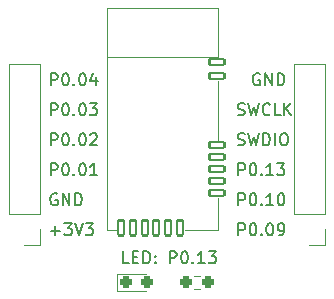
<source format=gto>
%TF.GenerationSoftware,KiCad,Pcbnew,8.0.2-8.0.2-0~ubuntu22.04.1*%
%TF.CreationDate,2024-05-29T19:46:19+02:00*%
%TF.ProjectId,nrf51_devboard,6e726635-315f-4646-9576-626f6172642e,0.1*%
%TF.SameCoordinates,Original*%
%TF.FileFunction,Legend,Top*%
%TF.FilePolarity,Positive*%
%FSLAX46Y46*%
G04 Gerber Fmt 4.6, Leading zero omitted, Abs format (unit mm)*
G04 Created by KiCad (PCBNEW 8.0.2-8.0.2-0~ubuntu22.04.1) date 2024-05-29 19:46:19*
%MOMM*%
%LPD*%
G01*
G04 APERTURE LIST*
G04 Aperture macros list*
%AMRoundRect*
0 Rectangle with rounded corners*
0 $1 Rounding radius*
0 $2 $3 $4 $5 $6 $7 $8 $9 X,Y pos of 4 corners*
0 Add a 4 corners polygon primitive as box body*
4,1,4,$2,$3,$4,$5,$6,$7,$8,$9,$2,$3,0*
0 Add four circle primitives for the rounded corners*
1,1,$1+$1,$2,$3*
1,1,$1+$1,$4,$5*
1,1,$1+$1,$6,$7*
1,1,$1+$1,$8,$9*
0 Add four rect primitives between the rounded corners*
20,1,$1+$1,$2,$3,$4,$5,0*
20,1,$1+$1,$4,$5,$6,$7,0*
20,1,$1+$1,$6,$7,$8,$9,0*
20,1,$1+$1,$8,$9,$2,$3,0*%
G04 Aperture macros list end*
%ADD10C,0.150000*%
%ADD11C,0.120000*%
%ADD12R,1.700000X1.700000*%
%ADD13O,1.700000X1.700000*%
%ADD14RoundRect,0.237500X0.250000X0.237500X-0.250000X0.237500X-0.250000X-0.237500X0.250000X-0.237500X0*%
%ADD15RoundRect,0.102000X0.250000X-0.635000X0.250000X0.635000X-0.250000X0.635000X-0.250000X-0.635000X0*%
%ADD16RoundRect,0.102000X-0.635000X-0.250000X0.635000X-0.250000X0.635000X0.250000X-0.635000X0.250000X0*%
%ADD17RoundRect,0.237500X-0.287500X-0.237500X0.287500X-0.237500X0.287500X0.237500X-0.287500X0.237500X0*%
G04 APERTURE END LIST*
D10*
X96745588Y-60512438D02*
X96650350Y-60464819D01*
X96650350Y-60464819D02*
X96507493Y-60464819D01*
X96507493Y-60464819D02*
X96364636Y-60512438D01*
X96364636Y-60512438D02*
X96269398Y-60607676D01*
X96269398Y-60607676D02*
X96221779Y-60702914D01*
X96221779Y-60702914D02*
X96174160Y-60893390D01*
X96174160Y-60893390D02*
X96174160Y-61036247D01*
X96174160Y-61036247D02*
X96221779Y-61226723D01*
X96221779Y-61226723D02*
X96269398Y-61321961D01*
X96269398Y-61321961D02*
X96364636Y-61417200D01*
X96364636Y-61417200D02*
X96507493Y-61464819D01*
X96507493Y-61464819D02*
X96602731Y-61464819D01*
X96602731Y-61464819D02*
X96745588Y-61417200D01*
X96745588Y-61417200D02*
X96793207Y-61369580D01*
X96793207Y-61369580D02*
X96793207Y-61036247D01*
X96793207Y-61036247D02*
X96602731Y-61036247D01*
X97221779Y-61464819D02*
X97221779Y-60464819D01*
X97221779Y-60464819D02*
X97793207Y-61464819D01*
X97793207Y-61464819D02*
X97793207Y-60464819D01*
X98269398Y-61464819D02*
X98269398Y-60464819D01*
X98269398Y-60464819D02*
X98507493Y-60464819D01*
X98507493Y-60464819D02*
X98650350Y-60512438D01*
X98650350Y-60512438D02*
X98745588Y-60607676D01*
X98745588Y-60607676D02*
X98793207Y-60702914D01*
X98793207Y-60702914D02*
X98840826Y-60893390D01*
X98840826Y-60893390D02*
X98840826Y-61036247D01*
X98840826Y-61036247D02*
X98793207Y-61226723D01*
X98793207Y-61226723D02*
X98745588Y-61321961D01*
X98745588Y-61321961D02*
X98650350Y-61417200D01*
X98650350Y-61417200D02*
X98507493Y-61464819D01*
X98507493Y-61464819D02*
X98269398Y-61464819D01*
X96221779Y-63623866D02*
X96983684Y-63623866D01*
X96602731Y-64004819D02*
X96602731Y-63242914D01*
X97364636Y-63004819D02*
X97983683Y-63004819D01*
X97983683Y-63004819D02*
X97650350Y-63385771D01*
X97650350Y-63385771D02*
X97793207Y-63385771D01*
X97793207Y-63385771D02*
X97888445Y-63433390D01*
X97888445Y-63433390D02*
X97936064Y-63481009D01*
X97936064Y-63481009D02*
X97983683Y-63576247D01*
X97983683Y-63576247D02*
X97983683Y-63814342D01*
X97983683Y-63814342D02*
X97936064Y-63909580D01*
X97936064Y-63909580D02*
X97888445Y-63957200D01*
X97888445Y-63957200D02*
X97793207Y-64004819D01*
X97793207Y-64004819D02*
X97507493Y-64004819D01*
X97507493Y-64004819D02*
X97412255Y-63957200D01*
X97412255Y-63957200D02*
X97364636Y-63909580D01*
X98269398Y-63004819D02*
X98602731Y-64004819D01*
X98602731Y-64004819D02*
X98936064Y-63004819D01*
X99174160Y-63004819D02*
X99793207Y-63004819D01*
X99793207Y-63004819D02*
X99459874Y-63385771D01*
X99459874Y-63385771D02*
X99602731Y-63385771D01*
X99602731Y-63385771D02*
X99697969Y-63433390D01*
X99697969Y-63433390D02*
X99745588Y-63481009D01*
X99745588Y-63481009D02*
X99793207Y-63576247D01*
X99793207Y-63576247D02*
X99793207Y-63814342D01*
X99793207Y-63814342D02*
X99745588Y-63909580D01*
X99745588Y-63909580D02*
X99697969Y-63957200D01*
X99697969Y-63957200D02*
X99602731Y-64004819D01*
X99602731Y-64004819D02*
X99317017Y-64004819D01*
X99317017Y-64004819D02*
X99221779Y-63957200D01*
X99221779Y-63957200D02*
X99174160Y-63909580D01*
X112096779Y-61464819D02*
X112096779Y-60464819D01*
X112096779Y-60464819D02*
X112477731Y-60464819D01*
X112477731Y-60464819D02*
X112572969Y-60512438D01*
X112572969Y-60512438D02*
X112620588Y-60560057D01*
X112620588Y-60560057D02*
X112668207Y-60655295D01*
X112668207Y-60655295D02*
X112668207Y-60798152D01*
X112668207Y-60798152D02*
X112620588Y-60893390D01*
X112620588Y-60893390D02*
X112572969Y-60941009D01*
X112572969Y-60941009D02*
X112477731Y-60988628D01*
X112477731Y-60988628D02*
X112096779Y-60988628D01*
X113287255Y-60464819D02*
X113382493Y-60464819D01*
X113382493Y-60464819D02*
X113477731Y-60512438D01*
X113477731Y-60512438D02*
X113525350Y-60560057D01*
X113525350Y-60560057D02*
X113572969Y-60655295D01*
X113572969Y-60655295D02*
X113620588Y-60845771D01*
X113620588Y-60845771D02*
X113620588Y-61083866D01*
X113620588Y-61083866D02*
X113572969Y-61274342D01*
X113572969Y-61274342D02*
X113525350Y-61369580D01*
X113525350Y-61369580D02*
X113477731Y-61417200D01*
X113477731Y-61417200D02*
X113382493Y-61464819D01*
X113382493Y-61464819D02*
X113287255Y-61464819D01*
X113287255Y-61464819D02*
X113192017Y-61417200D01*
X113192017Y-61417200D02*
X113144398Y-61369580D01*
X113144398Y-61369580D02*
X113096779Y-61274342D01*
X113096779Y-61274342D02*
X113049160Y-61083866D01*
X113049160Y-61083866D02*
X113049160Y-60845771D01*
X113049160Y-60845771D02*
X113096779Y-60655295D01*
X113096779Y-60655295D02*
X113144398Y-60560057D01*
X113144398Y-60560057D02*
X113192017Y-60512438D01*
X113192017Y-60512438D02*
X113287255Y-60464819D01*
X114049160Y-61369580D02*
X114096779Y-61417200D01*
X114096779Y-61417200D02*
X114049160Y-61464819D01*
X114049160Y-61464819D02*
X114001541Y-61417200D01*
X114001541Y-61417200D02*
X114049160Y-61369580D01*
X114049160Y-61369580D02*
X114049160Y-61464819D01*
X115049159Y-61464819D02*
X114477731Y-61464819D01*
X114763445Y-61464819D02*
X114763445Y-60464819D01*
X114763445Y-60464819D02*
X114668207Y-60607676D01*
X114668207Y-60607676D02*
X114572969Y-60702914D01*
X114572969Y-60702914D02*
X114477731Y-60750533D01*
X115668207Y-60464819D02*
X115763445Y-60464819D01*
X115763445Y-60464819D02*
X115858683Y-60512438D01*
X115858683Y-60512438D02*
X115906302Y-60560057D01*
X115906302Y-60560057D02*
X115953921Y-60655295D01*
X115953921Y-60655295D02*
X116001540Y-60845771D01*
X116001540Y-60845771D02*
X116001540Y-61083866D01*
X116001540Y-61083866D02*
X115953921Y-61274342D01*
X115953921Y-61274342D02*
X115906302Y-61369580D01*
X115906302Y-61369580D02*
X115858683Y-61417200D01*
X115858683Y-61417200D02*
X115763445Y-61464819D01*
X115763445Y-61464819D02*
X115668207Y-61464819D01*
X115668207Y-61464819D02*
X115572969Y-61417200D01*
X115572969Y-61417200D02*
X115525350Y-61369580D01*
X115525350Y-61369580D02*
X115477731Y-61274342D01*
X115477731Y-61274342D02*
X115430112Y-61083866D01*
X115430112Y-61083866D02*
X115430112Y-60845771D01*
X115430112Y-60845771D02*
X115477731Y-60655295D01*
X115477731Y-60655295D02*
X115525350Y-60560057D01*
X115525350Y-60560057D02*
X115572969Y-60512438D01*
X115572969Y-60512438D02*
X115668207Y-60464819D01*
X102812969Y-66369819D02*
X102336779Y-66369819D01*
X102336779Y-66369819D02*
X102336779Y-65369819D01*
X103146303Y-65846009D02*
X103479636Y-65846009D01*
X103622493Y-66369819D02*
X103146303Y-66369819D01*
X103146303Y-66369819D02*
X103146303Y-65369819D01*
X103146303Y-65369819D02*
X103622493Y-65369819D01*
X104051065Y-66369819D02*
X104051065Y-65369819D01*
X104051065Y-65369819D02*
X104289160Y-65369819D01*
X104289160Y-65369819D02*
X104432017Y-65417438D01*
X104432017Y-65417438D02*
X104527255Y-65512676D01*
X104527255Y-65512676D02*
X104574874Y-65607914D01*
X104574874Y-65607914D02*
X104622493Y-65798390D01*
X104622493Y-65798390D02*
X104622493Y-65941247D01*
X104622493Y-65941247D02*
X104574874Y-66131723D01*
X104574874Y-66131723D02*
X104527255Y-66226961D01*
X104527255Y-66226961D02*
X104432017Y-66322200D01*
X104432017Y-66322200D02*
X104289160Y-66369819D01*
X104289160Y-66369819D02*
X104051065Y-66369819D01*
X105051065Y-66274580D02*
X105098684Y-66322200D01*
X105098684Y-66322200D02*
X105051065Y-66369819D01*
X105051065Y-66369819D02*
X105003446Y-66322200D01*
X105003446Y-66322200D02*
X105051065Y-66274580D01*
X105051065Y-66274580D02*
X105051065Y-66369819D01*
X105051065Y-65750771D02*
X105098684Y-65798390D01*
X105098684Y-65798390D02*
X105051065Y-65846009D01*
X105051065Y-65846009D02*
X105003446Y-65798390D01*
X105003446Y-65798390D02*
X105051065Y-65750771D01*
X105051065Y-65750771D02*
X105051065Y-65846009D01*
X106289160Y-66369819D02*
X106289160Y-65369819D01*
X106289160Y-65369819D02*
X106670112Y-65369819D01*
X106670112Y-65369819D02*
X106765350Y-65417438D01*
X106765350Y-65417438D02*
X106812969Y-65465057D01*
X106812969Y-65465057D02*
X106860588Y-65560295D01*
X106860588Y-65560295D02*
X106860588Y-65703152D01*
X106860588Y-65703152D02*
X106812969Y-65798390D01*
X106812969Y-65798390D02*
X106765350Y-65846009D01*
X106765350Y-65846009D02*
X106670112Y-65893628D01*
X106670112Y-65893628D02*
X106289160Y-65893628D01*
X107479636Y-65369819D02*
X107574874Y-65369819D01*
X107574874Y-65369819D02*
X107670112Y-65417438D01*
X107670112Y-65417438D02*
X107717731Y-65465057D01*
X107717731Y-65465057D02*
X107765350Y-65560295D01*
X107765350Y-65560295D02*
X107812969Y-65750771D01*
X107812969Y-65750771D02*
X107812969Y-65988866D01*
X107812969Y-65988866D02*
X107765350Y-66179342D01*
X107765350Y-66179342D02*
X107717731Y-66274580D01*
X107717731Y-66274580D02*
X107670112Y-66322200D01*
X107670112Y-66322200D02*
X107574874Y-66369819D01*
X107574874Y-66369819D02*
X107479636Y-66369819D01*
X107479636Y-66369819D02*
X107384398Y-66322200D01*
X107384398Y-66322200D02*
X107336779Y-66274580D01*
X107336779Y-66274580D02*
X107289160Y-66179342D01*
X107289160Y-66179342D02*
X107241541Y-65988866D01*
X107241541Y-65988866D02*
X107241541Y-65750771D01*
X107241541Y-65750771D02*
X107289160Y-65560295D01*
X107289160Y-65560295D02*
X107336779Y-65465057D01*
X107336779Y-65465057D02*
X107384398Y-65417438D01*
X107384398Y-65417438D02*
X107479636Y-65369819D01*
X108241541Y-66274580D02*
X108289160Y-66322200D01*
X108289160Y-66322200D02*
X108241541Y-66369819D01*
X108241541Y-66369819D02*
X108193922Y-66322200D01*
X108193922Y-66322200D02*
X108241541Y-66274580D01*
X108241541Y-66274580D02*
X108241541Y-66369819D01*
X109241540Y-66369819D02*
X108670112Y-66369819D01*
X108955826Y-66369819D02*
X108955826Y-65369819D01*
X108955826Y-65369819D02*
X108860588Y-65512676D01*
X108860588Y-65512676D02*
X108765350Y-65607914D01*
X108765350Y-65607914D02*
X108670112Y-65655533D01*
X109574874Y-65369819D02*
X110193921Y-65369819D01*
X110193921Y-65369819D02*
X109860588Y-65750771D01*
X109860588Y-65750771D02*
X110003445Y-65750771D01*
X110003445Y-65750771D02*
X110098683Y-65798390D01*
X110098683Y-65798390D02*
X110146302Y-65846009D01*
X110146302Y-65846009D02*
X110193921Y-65941247D01*
X110193921Y-65941247D02*
X110193921Y-66179342D01*
X110193921Y-66179342D02*
X110146302Y-66274580D01*
X110146302Y-66274580D02*
X110098683Y-66322200D01*
X110098683Y-66322200D02*
X110003445Y-66369819D01*
X110003445Y-66369819D02*
X109717731Y-66369819D01*
X109717731Y-66369819D02*
X109622493Y-66322200D01*
X109622493Y-66322200D02*
X109574874Y-66274580D01*
X113890588Y-50352438D02*
X113795350Y-50304819D01*
X113795350Y-50304819D02*
X113652493Y-50304819D01*
X113652493Y-50304819D02*
X113509636Y-50352438D01*
X113509636Y-50352438D02*
X113414398Y-50447676D01*
X113414398Y-50447676D02*
X113366779Y-50542914D01*
X113366779Y-50542914D02*
X113319160Y-50733390D01*
X113319160Y-50733390D02*
X113319160Y-50876247D01*
X113319160Y-50876247D02*
X113366779Y-51066723D01*
X113366779Y-51066723D02*
X113414398Y-51161961D01*
X113414398Y-51161961D02*
X113509636Y-51257200D01*
X113509636Y-51257200D02*
X113652493Y-51304819D01*
X113652493Y-51304819D02*
X113747731Y-51304819D01*
X113747731Y-51304819D02*
X113890588Y-51257200D01*
X113890588Y-51257200D02*
X113938207Y-51209580D01*
X113938207Y-51209580D02*
X113938207Y-50876247D01*
X113938207Y-50876247D02*
X113747731Y-50876247D01*
X114366779Y-51304819D02*
X114366779Y-50304819D01*
X114366779Y-50304819D02*
X114938207Y-51304819D01*
X114938207Y-51304819D02*
X114938207Y-50304819D01*
X115414398Y-51304819D02*
X115414398Y-50304819D01*
X115414398Y-50304819D02*
X115652493Y-50304819D01*
X115652493Y-50304819D02*
X115795350Y-50352438D01*
X115795350Y-50352438D02*
X115890588Y-50447676D01*
X115890588Y-50447676D02*
X115938207Y-50542914D01*
X115938207Y-50542914D02*
X115985826Y-50733390D01*
X115985826Y-50733390D02*
X115985826Y-50876247D01*
X115985826Y-50876247D02*
X115938207Y-51066723D01*
X115938207Y-51066723D02*
X115890588Y-51161961D01*
X115890588Y-51161961D02*
X115795350Y-51257200D01*
X115795350Y-51257200D02*
X115652493Y-51304819D01*
X115652493Y-51304819D02*
X115414398Y-51304819D01*
X96221779Y-51304819D02*
X96221779Y-50304819D01*
X96221779Y-50304819D02*
X96602731Y-50304819D01*
X96602731Y-50304819D02*
X96697969Y-50352438D01*
X96697969Y-50352438D02*
X96745588Y-50400057D01*
X96745588Y-50400057D02*
X96793207Y-50495295D01*
X96793207Y-50495295D02*
X96793207Y-50638152D01*
X96793207Y-50638152D02*
X96745588Y-50733390D01*
X96745588Y-50733390D02*
X96697969Y-50781009D01*
X96697969Y-50781009D02*
X96602731Y-50828628D01*
X96602731Y-50828628D02*
X96221779Y-50828628D01*
X97412255Y-50304819D02*
X97507493Y-50304819D01*
X97507493Y-50304819D02*
X97602731Y-50352438D01*
X97602731Y-50352438D02*
X97650350Y-50400057D01*
X97650350Y-50400057D02*
X97697969Y-50495295D01*
X97697969Y-50495295D02*
X97745588Y-50685771D01*
X97745588Y-50685771D02*
X97745588Y-50923866D01*
X97745588Y-50923866D02*
X97697969Y-51114342D01*
X97697969Y-51114342D02*
X97650350Y-51209580D01*
X97650350Y-51209580D02*
X97602731Y-51257200D01*
X97602731Y-51257200D02*
X97507493Y-51304819D01*
X97507493Y-51304819D02*
X97412255Y-51304819D01*
X97412255Y-51304819D02*
X97317017Y-51257200D01*
X97317017Y-51257200D02*
X97269398Y-51209580D01*
X97269398Y-51209580D02*
X97221779Y-51114342D01*
X97221779Y-51114342D02*
X97174160Y-50923866D01*
X97174160Y-50923866D02*
X97174160Y-50685771D01*
X97174160Y-50685771D02*
X97221779Y-50495295D01*
X97221779Y-50495295D02*
X97269398Y-50400057D01*
X97269398Y-50400057D02*
X97317017Y-50352438D01*
X97317017Y-50352438D02*
X97412255Y-50304819D01*
X98174160Y-51209580D02*
X98221779Y-51257200D01*
X98221779Y-51257200D02*
X98174160Y-51304819D01*
X98174160Y-51304819D02*
X98126541Y-51257200D01*
X98126541Y-51257200D02*
X98174160Y-51209580D01*
X98174160Y-51209580D02*
X98174160Y-51304819D01*
X98840826Y-50304819D02*
X98936064Y-50304819D01*
X98936064Y-50304819D02*
X99031302Y-50352438D01*
X99031302Y-50352438D02*
X99078921Y-50400057D01*
X99078921Y-50400057D02*
X99126540Y-50495295D01*
X99126540Y-50495295D02*
X99174159Y-50685771D01*
X99174159Y-50685771D02*
X99174159Y-50923866D01*
X99174159Y-50923866D02*
X99126540Y-51114342D01*
X99126540Y-51114342D02*
X99078921Y-51209580D01*
X99078921Y-51209580D02*
X99031302Y-51257200D01*
X99031302Y-51257200D02*
X98936064Y-51304819D01*
X98936064Y-51304819D02*
X98840826Y-51304819D01*
X98840826Y-51304819D02*
X98745588Y-51257200D01*
X98745588Y-51257200D02*
X98697969Y-51209580D01*
X98697969Y-51209580D02*
X98650350Y-51114342D01*
X98650350Y-51114342D02*
X98602731Y-50923866D01*
X98602731Y-50923866D02*
X98602731Y-50685771D01*
X98602731Y-50685771D02*
X98650350Y-50495295D01*
X98650350Y-50495295D02*
X98697969Y-50400057D01*
X98697969Y-50400057D02*
X98745588Y-50352438D01*
X98745588Y-50352438D02*
X98840826Y-50304819D01*
X100031302Y-50638152D02*
X100031302Y-51304819D01*
X99793207Y-50257200D02*
X99555112Y-50971485D01*
X99555112Y-50971485D02*
X100174159Y-50971485D01*
X112049160Y-53797200D02*
X112192017Y-53844819D01*
X112192017Y-53844819D02*
X112430112Y-53844819D01*
X112430112Y-53844819D02*
X112525350Y-53797200D01*
X112525350Y-53797200D02*
X112572969Y-53749580D01*
X112572969Y-53749580D02*
X112620588Y-53654342D01*
X112620588Y-53654342D02*
X112620588Y-53559104D01*
X112620588Y-53559104D02*
X112572969Y-53463866D01*
X112572969Y-53463866D02*
X112525350Y-53416247D01*
X112525350Y-53416247D02*
X112430112Y-53368628D01*
X112430112Y-53368628D02*
X112239636Y-53321009D01*
X112239636Y-53321009D02*
X112144398Y-53273390D01*
X112144398Y-53273390D02*
X112096779Y-53225771D01*
X112096779Y-53225771D02*
X112049160Y-53130533D01*
X112049160Y-53130533D02*
X112049160Y-53035295D01*
X112049160Y-53035295D02*
X112096779Y-52940057D01*
X112096779Y-52940057D02*
X112144398Y-52892438D01*
X112144398Y-52892438D02*
X112239636Y-52844819D01*
X112239636Y-52844819D02*
X112477731Y-52844819D01*
X112477731Y-52844819D02*
X112620588Y-52892438D01*
X112953922Y-52844819D02*
X113192017Y-53844819D01*
X113192017Y-53844819D02*
X113382493Y-53130533D01*
X113382493Y-53130533D02*
X113572969Y-53844819D01*
X113572969Y-53844819D02*
X113811065Y-52844819D01*
X114763445Y-53749580D02*
X114715826Y-53797200D01*
X114715826Y-53797200D02*
X114572969Y-53844819D01*
X114572969Y-53844819D02*
X114477731Y-53844819D01*
X114477731Y-53844819D02*
X114334874Y-53797200D01*
X114334874Y-53797200D02*
X114239636Y-53701961D01*
X114239636Y-53701961D02*
X114192017Y-53606723D01*
X114192017Y-53606723D02*
X114144398Y-53416247D01*
X114144398Y-53416247D02*
X114144398Y-53273390D01*
X114144398Y-53273390D02*
X114192017Y-53082914D01*
X114192017Y-53082914D02*
X114239636Y-52987676D01*
X114239636Y-52987676D02*
X114334874Y-52892438D01*
X114334874Y-52892438D02*
X114477731Y-52844819D01*
X114477731Y-52844819D02*
X114572969Y-52844819D01*
X114572969Y-52844819D02*
X114715826Y-52892438D01*
X114715826Y-52892438D02*
X114763445Y-52940057D01*
X115668207Y-53844819D02*
X115192017Y-53844819D01*
X115192017Y-53844819D02*
X115192017Y-52844819D01*
X116001541Y-53844819D02*
X116001541Y-52844819D01*
X116572969Y-53844819D02*
X116144398Y-53273390D01*
X116572969Y-52844819D02*
X116001541Y-53416247D01*
X96221779Y-53844819D02*
X96221779Y-52844819D01*
X96221779Y-52844819D02*
X96602731Y-52844819D01*
X96602731Y-52844819D02*
X96697969Y-52892438D01*
X96697969Y-52892438D02*
X96745588Y-52940057D01*
X96745588Y-52940057D02*
X96793207Y-53035295D01*
X96793207Y-53035295D02*
X96793207Y-53178152D01*
X96793207Y-53178152D02*
X96745588Y-53273390D01*
X96745588Y-53273390D02*
X96697969Y-53321009D01*
X96697969Y-53321009D02*
X96602731Y-53368628D01*
X96602731Y-53368628D02*
X96221779Y-53368628D01*
X97412255Y-52844819D02*
X97507493Y-52844819D01*
X97507493Y-52844819D02*
X97602731Y-52892438D01*
X97602731Y-52892438D02*
X97650350Y-52940057D01*
X97650350Y-52940057D02*
X97697969Y-53035295D01*
X97697969Y-53035295D02*
X97745588Y-53225771D01*
X97745588Y-53225771D02*
X97745588Y-53463866D01*
X97745588Y-53463866D02*
X97697969Y-53654342D01*
X97697969Y-53654342D02*
X97650350Y-53749580D01*
X97650350Y-53749580D02*
X97602731Y-53797200D01*
X97602731Y-53797200D02*
X97507493Y-53844819D01*
X97507493Y-53844819D02*
X97412255Y-53844819D01*
X97412255Y-53844819D02*
X97317017Y-53797200D01*
X97317017Y-53797200D02*
X97269398Y-53749580D01*
X97269398Y-53749580D02*
X97221779Y-53654342D01*
X97221779Y-53654342D02*
X97174160Y-53463866D01*
X97174160Y-53463866D02*
X97174160Y-53225771D01*
X97174160Y-53225771D02*
X97221779Y-53035295D01*
X97221779Y-53035295D02*
X97269398Y-52940057D01*
X97269398Y-52940057D02*
X97317017Y-52892438D01*
X97317017Y-52892438D02*
X97412255Y-52844819D01*
X98174160Y-53749580D02*
X98221779Y-53797200D01*
X98221779Y-53797200D02*
X98174160Y-53844819D01*
X98174160Y-53844819D02*
X98126541Y-53797200D01*
X98126541Y-53797200D02*
X98174160Y-53749580D01*
X98174160Y-53749580D02*
X98174160Y-53844819D01*
X98840826Y-52844819D02*
X98936064Y-52844819D01*
X98936064Y-52844819D02*
X99031302Y-52892438D01*
X99031302Y-52892438D02*
X99078921Y-52940057D01*
X99078921Y-52940057D02*
X99126540Y-53035295D01*
X99126540Y-53035295D02*
X99174159Y-53225771D01*
X99174159Y-53225771D02*
X99174159Y-53463866D01*
X99174159Y-53463866D02*
X99126540Y-53654342D01*
X99126540Y-53654342D02*
X99078921Y-53749580D01*
X99078921Y-53749580D02*
X99031302Y-53797200D01*
X99031302Y-53797200D02*
X98936064Y-53844819D01*
X98936064Y-53844819D02*
X98840826Y-53844819D01*
X98840826Y-53844819D02*
X98745588Y-53797200D01*
X98745588Y-53797200D02*
X98697969Y-53749580D01*
X98697969Y-53749580D02*
X98650350Y-53654342D01*
X98650350Y-53654342D02*
X98602731Y-53463866D01*
X98602731Y-53463866D02*
X98602731Y-53225771D01*
X98602731Y-53225771D02*
X98650350Y-53035295D01*
X98650350Y-53035295D02*
X98697969Y-52940057D01*
X98697969Y-52940057D02*
X98745588Y-52892438D01*
X98745588Y-52892438D02*
X98840826Y-52844819D01*
X99507493Y-52844819D02*
X100126540Y-52844819D01*
X100126540Y-52844819D02*
X99793207Y-53225771D01*
X99793207Y-53225771D02*
X99936064Y-53225771D01*
X99936064Y-53225771D02*
X100031302Y-53273390D01*
X100031302Y-53273390D02*
X100078921Y-53321009D01*
X100078921Y-53321009D02*
X100126540Y-53416247D01*
X100126540Y-53416247D02*
X100126540Y-53654342D01*
X100126540Y-53654342D02*
X100078921Y-53749580D01*
X100078921Y-53749580D02*
X100031302Y-53797200D01*
X100031302Y-53797200D02*
X99936064Y-53844819D01*
X99936064Y-53844819D02*
X99650350Y-53844819D01*
X99650350Y-53844819D02*
X99555112Y-53797200D01*
X99555112Y-53797200D02*
X99507493Y-53749580D01*
X112096779Y-58924819D02*
X112096779Y-57924819D01*
X112096779Y-57924819D02*
X112477731Y-57924819D01*
X112477731Y-57924819D02*
X112572969Y-57972438D01*
X112572969Y-57972438D02*
X112620588Y-58020057D01*
X112620588Y-58020057D02*
X112668207Y-58115295D01*
X112668207Y-58115295D02*
X112668207Y-58258152D01*
X112668207Y-58258152D02*
X112620588Y-58353390D01*
X112620588Y-58353390D02*
X112572969Y-58401009D01*
X112572969Y-58401009D02*
X112477731Y-58448628D01*
X112477731Y-58448628D02*
X112096779Y-58448628D01*
X113287255Y-57924819D02*
X113382493Y-57924819D01*
X113382493Y-57924819D02*
X113477731Y-57972438D01*
X113477731Y-57972438D02*
X113525350Y-58020057D01*
X113525350Y-58020057D02*
X113572969Y-58115295D01*
X113572969Y-58115295D02*
X113620588Y-58305771D01*
X113620588Y-58305771D02*
X113620588Y-58543866D01*
X113620588Y-58543866D02*
X113572969Y-58734342D01*
X113572969Y-58734342D02*
X113525350Y-58829580D01*
X113525350Y-58829580D02*
X113477731Y-58877200D01*
X113477731Y-58877200D02*
X113382493Y-58924819D01*
X113382493Y-58924819D02*
X113287255Y-58924819D01*
X113287255Y-58924819D02*
X113192017Y-58877200D01*
X113192017Y-58877200D02*
X113144398Y-58829580D01*
X113144398Y-58829580D02*
X113096779Y-58734342D01*
X113096779Y-58734342D02*
X113049160Y-58543866D01*
X113049160Y-58543866D02*
X113049160Y-58305771D01*
X113049160Y-58305771D02*
X113096779Y-58115295D01*
X113096779Y-58115295D02*
X113144398Y-58020057D01*
X113144398Y-58020057D02*
X113192017Y-57972438D01*
X113192017Y-57972438D02*
X113287255Y-57924819D01*
X114049160Y-58829580D02*
X114096779Y-58877200D01*
X114096779Y-58877200D02*
X114049160Y-58924819D01*
X114049160Y-58924819D02*
X114001541Y-58877200D01*
X114001541Y-58877200D02*
X114049160Y-58829580D01*
X114049160Y-58829580D02*
X114049160Y-58924819D01*
X115049159Y-58924819D02*
X114477731Y-58924819D01*
X114763445Y-58924819D02*
X114763445Y-57924819D01*
X114763445Y-57924819D02*
X114668207Y-58067676D01*
X114668207Y-58067676D02*
X114572969Y-58162914D01*
X114572969Y-58162914D02*
X114477731Y-58210533D01*
X115382493Y-57924819D02*
X116001540Y-57924819D01*
X116001540Y-57924819D02*
X115668207Y-58305771D01*
X115668207Y-58305771D02*
X115811064Y-58305771D01*
X115811064Y-58305771D02*
X115906302Y-58353390D01*
X115906302Y-58353390D02*
X115953921Y-58401009D01*
X115953921Y-58401009D02*
X116001540Y-58496247D01*
X116001540Y-58496247D02*
X116001540Y-58734342D01*
X116001540Y-58734342D02*
X115953921Y-58829580D01*
X115953921Y-58829580D02*
X115906302Y-58877200D01*
X115906302Y-58877200D02*
X115811064Y-58924819D01*
X115811064Y-58924819D02*
X115525350Y-58924819D01*
X115525350Y-58924819D02*
X115430112Y-58877200D01*
X115430112Y-58877200D02*
X115382493Y-58829580D01*
X112096779Y-64004819D02*
X112096779Y-63004819D01*
X112096779Y-63004819D02*
X112477731Y-63004819D01*
X112477731Y-63004819D02*
X112572969Y-63052438D01*
X112572969Y-63052438D02*
X112620588Y-63100057D01*
X112620588Y-63100057D02*
X112668207Y-63195295D01*
X112668207Y-63195295D02*
X112668207Y-63338152D01*
X112668207Y-63338152D02*
X112620588Y-63433390D01*
X112620588Y-63433390D02*
X112572969Y-63481009D01*
X112572969Y-63481009D02*
X112477731Y-63528628D01*
X112477731Y-63528628D02*
X112096779Y-63528628D01*
X113287255Y-63004819D02*
X113382493Y-63004819D01*
X113382493Y-63004819D02*
X113477731Y-63052438D01*
X113477731Y-63052438D02*
X113525350Y-63100057D01*
X113525350Y-63100057D02*
X113572969Y-63195295D01*
X113572969Y-63195295D02*
X113620588Y-63385771D01*
X113620588Y-63385771D02*
X113620588Y-63623866D01*
X113620588Y-63623866D02*
X113572969Y-63814342D01*
X113572969Y-63814342D02*
X113525350Y-63909580D01*
X113525350Y-63909580D02*
X113477731Y-63957200D01*
X113477731Y-63957200D02*
X113382493Y-64004819D01*
X113382493Y-64004819D02*
X113287255Y-64004819D01*
X113287255Y-64004819D02*
X113192017Y-63957200D01*
X113192017Y-63957200D02*
X113144398Y-63909580D01*
X113144398Y-63909580D02*
X113096779Y-63814342D01*
X113096779Y-63814342D02*
X113049160Y-63623866D01*
X113049160Y-63623866D02*
X113049160Y-63385771D01*
X113049160Y-63385771D02*
X113096779Y-63195295D01*
X113096779Y-63195295D02*
X113144398Y-63100057D01*
X113144398Y-63100057D02*
X113192017Y-63052438D01*
X113192017Y-63052438D02*
X113287255Y-63004819D01*
X114049160Y-63909580D02*
X114096779Y-63957200D01*
X114096779Y-63957200D02*
X114049160Y-64004819D01*
X114049160Y-64004819D02*
X114001541Y-63957200D01*
X114001541Y-63957200D02*
X114049160Y-63909580D01*
X114049160Y-63909580D02*
X114049160Y-64004819D01*
X114715826Y-63004819D02*
X114811064Y-63004819D01*
X114811064Y-63004819D02*
X114906302Y-63052438D01*
X114906302Y-63052438D02*
X114953921Y-63100057D01*
X114953921Y-63100057D02*
X115001540Y-63195295D01*
X115001540Y-63195295D02*
X115049159Y-63385771D01*
X115049159Y-63385771D02*
X115049159Y-63623866D01*
X115049159Y-63623866D02*
X115001540Y-63814342D01*
X115001540Y-63814342D02*
X114953921Y-63909580D01*
X114953921Y-63909580D02*
X114906302Y-63957200D01*
X114906302Y-63957200D02*
X114811064Y-64004819D01*
X114811064Y-64004819D02*
X114715826Y-64004819D01*
X114715826Y-64004819D02*
X114620588Y-63957200D01*
X114620588Y-63957200D02*
X114572969Y-63909580D01*
X114572969Y-63909580D02*
X114525350Y-63814342D01*
X114525350Y-63814342D02*
X114477731Y-63623866D01*
X114477731Y-63623866D02*
X114477731Y-63385771D01*
X114477731Y-63385771D02*
X114525350Y-63195295D01*
X114525350Y-63195295D02*
X114572969Y-63100057D01*
X114572969Y-63100057D02*
X114620588Y-63052438D01*
X114620588Y-63052438D02*
X114715826Y-63004819D01*
X115525350Y-64004819D02*
X115715826Y-64004819D01*
X115715826Y-64004819D02*
X115811064Y-63957200D01*
X115811064Y-63957200D02*
X115858683Y-63909580D01*
X115858683Y-63909580D02*
X115953921Y-63766723D01*
X115953921Y-63766723D02*
X116001540Y-63576247D01*
X116001540Y-63576247D02*
X116001540Y-63195295D01*
X116001540Y-63195295D02*
X115953921Y-63100057D01*
X115953921Y-63100057D02*
X115906302Y-63052438D01*
X115906302Y-63052438D02*
X115811064Y-63004819D01*
X115811064Y-63004819D02*
X115620588Y-63004819D01*
X115620588Y-63004819D02*
X115525350Y-63052438D01*
X115525350Y-63052438D02*
X115477731Y-63100057D01*
X115477731Y-63100057D02*
X115430112Y-63195295D01*
X115430112Y-63195295D02*
X115430112Y-63433390D01*
X115430112Y-63433390D02*
X115477731Y-63528628D01*
X115477731Y-63528628D02*
X115525350Y-63576247D01*
X115525350Y-63576247D02*
X115620588Y-63623866D01*
X115620588Y-63623866D02*
X115811064Y-63623866D01*
X115811064Y-63623866D02*
X115906302Y-63576247D01*
X115906302Y-63576247D02*
X115953921Y-63528628D01*
X115953921Y-63528628D02*
X116001540Y-63433390D01*
X96221779Y-56384819D02*
X96221779Y-55384819D01*
X96221779Y-55384819D02*
X96602731Y-55384819D01*
X96602731Y-55384819D02*
X96697969Y-55432438D01*
X96697969Y-55432438D02*
X96745588Y-55480057D01*
X96745588Y-55480057D02*
X96793207Y-55575295D01*
X96793207Y-55575295D02*
X96793207Y-55718152D01*
X96793207Y-55718152D02*
X96745588Y-55813390D01*
X96745588Y-55813390D02*
X96697969Y-55861009D01*
X96697969Y-55861009D02*
X96602731Y-55908628D01*
X96602731Y-55908628D02*
X96221779Y-55908628D01*
X97412255Y-55384819D02*
X97507493Y-55384819D01*
X97507493Y-55384819D02*
X97602731Y-55432438D01*
X97602731Y-55432438D02*
X97650350Y-55480057D01*
X97650350Y-55480057D02*
X97697969Y-55575295D01*
X97697969Y-55575295D02*
X97745588Y-55765771D01*
X97745588Y-55765771D02*
X97745588Y-56003866D01*
X97745588Y-56003866D02*
X97697969Y-56194342D01*
X97697969Y-56194342D02*
X97650350Y-56289580D01*
X97650350Y-56289580D02*
X97602731Y-56337200D01*
X97602731Y-56337200D02*
X97507493Y-56384819D01*
X97507493Y-56384819D02*
X97412255Y-56384819D01*
X97412255Y-56384819D02*
X97317017Y-56337200D01*
X97317017Y-56337200D02*
X97269398Y-56289580D01*
X97269398Y-56289580D02*
X97221779Y-56194342D01*
X97221779Y-56194342D02*
X97174160Y-56003866D01*
X97174160Y-56003866D02*
X97174160Y-55765771D01*
X97174160Y-55765771D02*
X97221779Y-55575295D01*
X97221779Y-55575295D02*
X97269398Y-55480057D01*
X97269398Y-55480057D02*
X97317017Y-55432438D01*
X97317017Y-55432438D02*
X97412255Y-55384819D01*
X98174160Y-56289580D02*
X98221779Y-56337200D01*
X98221779Y-56337200D02*
X98174160Y-56384819D01*
X98174160Y-56384819D02*
X98126541Y-56337200D01*
X98126541Y-56337200D02*
X98174160Y-56289580D01*
X98174160Y-56289580D02*
X98174160Y-56384819D01*
X98840826Y-55384819D02*
X98936064Y-55384819D01*
X98936064Y-55384819D02*
X99031302Y-55432438D01*
X99031302Y-55432438D02*
X99078921Y-55480057D01*
X99078921Y-55480057D02*
X99126540Y-55575295D01*
X99126540Y-55575295D02*
X99174159Y-55765771D01*
X99174159Y-55765771D02*
X99174159Y-56003866D01*
X99174159Y-56003866D02*
X99126540Y-56194342D01*
X99126540Y-56194342D02*
X99078921Y-56289580D01*
X99078921Y-56289580D02*
X99031302Y-56337200D01*
X99031302Y-56337200D02*
X98936064Y-56384819D01*
X98936064Y-56384819D02*
X98840826Y-56384819D01*
X98840826Y-56384819D02*
X98745588Y-56337200D01*
X98745588Y-56337200D02*
X98697969Y-56289580D01*
X98697969Y-56289580D02*
X98650350Y-56194342D01*
X98650350Y-56194342D02*
X98602731Y-56003866D01*
X98602731Y-56003866D02*
X98602731Y-55765771D01*
X98602731Y-55765771D02*
X98650350Y-55575295D01*
X98650350Y-55575295D02*
X98697969Y-55480057D01*
X98697969Y-55480057D02*
X98745588Y-55432438D01*
X98745588Y-55432438D02*
X98840826Y-55384819D01*
X99555112Y-55480057D02*
X99602731Y-55432438D01*
X99602731Y-55432438D02*
X99697969Y-55384819D01*
X99697969Y-55384819D02*
X99936064Y-55384819D01*
X99936064Y-55384819D02*
X100031302Y-55432438D01*
X100031302Y-55432438D02*
X100078921Y-55480057D01*
X100078921Y-55480057D02*
X100126540Y-55575295D01*
X100126540Y-55575295D02*
X100126540Y-55670533D01*
X100126540Y-55670533D02*
X100078921Y-55813390D01*
X100078921Y-55813390D02*
X99507493Y-56384819D01*
X99507493Y-56384819D02*
X100126540Y-56384819D01*
X112049160Y-56337200D02*
X112192017Y-56384819D01*
X112192017Y-56384819D02*
X112430112Y-56384819D01*
X112430112Y-56384819D02*
X112525350Y-56337200D01*
X112525350Y-56337200D02*
X112572969Y-56289580D01*
X112572969Y-56289580D02*
X112620588Y-56194342D01*
X112620588Y-56194342D02*
X112620588Y-56099104D01*
X112620588Y-56099104D02*
X112572969Y-56003866D01*
X112572969Y-56003866D02*
X112525350Y-55956247D01*
X112525350Y-55956247D02*
X112430112Y-55908628D01*
X112430112Y-55908628D02*
X112239636Y-55861009D01*
X112239636Y-55861009D02*
X112144398Y-55813390D01*
X112144398Y-55813390D02*
X112096779Y-55765771D01*
X112096779Y-55765771D02*
X112049160Y-55670533D01*
X112049160Y-55670533D02*
X112049160Y-55575295D01*
X112049160Y-55575295D02*
X112096779Y-55480057D01*
X112096779Y-55480057D02*
X112144398Y-55432438D01*
X112144398Y-55432438D02*
X112239636Y-55384819D01*
X112239636Y-55384819D02*
X112477731Y-55384819D01*
X112477731Y-55384819D02*
X112620588Y-55432438D01*
X112953922Y-55384819D02*
X113192017Y-56384819D01*
X113192017Y-56384819D02*
X113382493Y-55670533D01*
X113382493Y-55670533D02*
X113572969Y-56384819D01*
X113572969Y-56384819D02*
X113811065Y-55384819D01*
X114192017Y-56384819D02*
X114192017Y-55384819D01*
X114192017Y-55384819D02*
X114430112Y-55384819D01*
X114430112Y-55384819D02*
X114572969Y-55432438D01*
X114572969Y-55432438D02*
X114668207Y-55527676D01*
X114668207Y-55527676D02*
X114715826Y-55622914D01*
X114715826Y-55622914D02*
X114763445Y-55813390D01*
X114763445Y-55813390D02*
X114763445Y-55956247D01*
X114763445Y-55956247D02*
X114715826Y-56146723D01*
X114715826Y-56146723D02*
X114668207Y-56241961D01*
X114668207Y-56241961D02*
X114572969Y-56337200D01*
X114572969Y-56337200D02*
X114430112Y-56384819D01*
X114430112Y-56384819D02*
X114192017Y-56384819D01*
X115192017Y-56384819D02*
X115192017Y-55384819D01*
X115858683Y-55384819D02*
X116049159Y-55384819D01*
X116049159Y-55384819D02*
X116144397Y-55432438D01*
X116144397Y-55432438D02*
X116239635Y-55527676D01*
X116239635Y-55527676D02*
X116287254Y-55718152D01*
X116287254Y-55718152D02*
X116287254Y-56051485D01*
X116287254Y-56051485D02*
X116239635Y-56241961D01*
X116239635Y-56241961D02*
X116144397Y-56337200D01*
X116144397Y-56337200D02*
X116049159Y-56384819D01*
X116049159Y-56384819D02*
X115858683Y-56384819D01*
X115858683Y-56384819D02*
X115763445Y-56337200D01*
X115763445Y-56337200D02*
X115668207Y-56241961D01*
X115668207Y-56241961D02*
X115620588Y-56051485D01*
X115620588Y-56051485D02*
X115620588Y-55718152D01*
X115620588Y-55718152D02*
X115668207Y-55527676D01*
X115668207Y-55527676D02*
X115763445Y-55432438D01*
X115763445Y-55432438D02*
X115858683Y-55384819D01*
X96221779Y-58924819D02*
X96221779Y-57924819D01*
X96221779Y-57924819D02*
X96602731Y-57924819D01*
X96602731Y-57924819D02*
X96697969Y-57972438D01*
X96697969Y-57972438D02*
X96745588Y-58020057D01*
X96745588Y-58020057D02*
X96793207Y-58115295D01*
X96793207Y-58115295D02*
X96793207Y-58258152D01*
X96793207Y-58258152D02*
X96745588Y-58353390D01*
X96745588Y-58353390D02*
X96697969Y-58401009D01*
X96697969Y-58401009D02*
X96602731Y-58448628D01*
X96602731Y-58448628D02*
X96221779Y-58448628D01*
X97412255Y-57924819D02*
X97507493Y-57924819D01*
X97507493Y-57924819D02*
X97602731Y-57972438D01*
X97602731Y-57972438D02*
X97650350Y-58020057D01*
X97650350Y-58020057D02*
X97697969Y-58115295D01*
X97697969Y-58115295D02*
X97745588Y-58305771D01*
X97745588Y-58305771D02*
X97745588Y-58543866D01*
X97745588Y-58543866D02*
X97697969Y-58734342D01*
X97697969Y-58734342D02*
X97650350Y-58829580D01*
X97650350Y-58829580D02*
X97602731Y-58877200D01*
X97602731Y-58877200D02*
X97507493Y-58924819D01*
X97507493Y-58924819D02*
X97412255Y-58924819D01*
X97412255Y-58924819D02*
X97317017Y-58877200D01*
X97317017Y-58877200D02*
X97269398Y-58829580D01*
X97269398Y-58829580D02*
X97221779Y-58734342D01*
X97221779Y-58734342D02*
X97174160Y-58543866D01*
X97174160Y-58543866D02*
X97174160Y-58305771D01*
X97174160Y-58305771D02*
X97221779Y-58115295D01*
X97221779Y-58115295D02*
X97269398Y-58020057D01*
X97269398Y-58020057D02*
X97317017Y-57972438D01*
X97317017Y-57972438D02*
X97412255Y-57924819D01*
X98174160Y-58829580D02*
X98221779Y-58877200D01*
X98221779Y-58877200D02*
X98174160Y-58924819D01*
X98174160Y-58924819D02*
X98126541Y-58877200D01*
X98126541Y-58877200D02*
X98174160Y-58829580D01*
X98174160Y-58829580D02*
X98174160Y-58924819D01*
X98840826Y-57924819D02*
X98936064Y-57924819D01*
X98936064Y-57924819D02*
X99031302Y-57972438D01*
X99031302Y-57972438D02*
X99078921Y-58020057D01*
X99078921Y-58020057D02*
X99126540Y-58115295D01*
X99126540Y-58115295D02*
X99174159Y-58305771D01*
X99174159Y-58305771D02*
X99174159Y-58543866D01*
X99174159Y-58543866D02*
X99126540Y-58734342D01*
X99126540Y-58734342D02*
X99078921Y-58829580D01*
X99078921Y-58829580D02*
X99031302Y-58877200D01*
X99031302Y-58877200D02*
X98936064Y-58924819D01*
X98936064Y-58924819D02*
X98840826Y-58924819D01*
X98840826Y-58924819D02*
X98745588Y-58877200D01*
X98745588Y-58877200D02*
X98697969Y-58829580D01*
X98697969Y-58829580D02*
X98650350Y-58734342D01*
X98650350Y-58734342D02*
X98602731Y-58543866D01*
X98602731Y-58543866D02*
X98602731Y-58305771D01*
X98602731Y-58305771D02*
X98650350Y-58115295D01*
X98650350Y-58115295D02*
X98697969Y-58020057D01*
X98697969Y-58020057D02*
X98745588Y-57972438D01*
X98745588Y-57972438D02*
X98840826Y-57924819D01*
X100126540Y-58924819D02*
X99555112Y-58924819D01*
X99840826Y-58924819D02*
X99840826Y-57924819D01*
X99840826Y-57924819D02*
X99745588Y-58067676D01*
X99745588Y-58067676D02*
X99650350Y-58162914D01*
X99650350Y-58162914D02*
X99555112Y-58210533D01*
D11*
%TO.C,J1*%
X92650000Y-62230000D02*
X92650000Y-49470000D01*
X95310000Y-49470000D02*
X92650000Y-49470000D01*
X95310000Y-62230000D02*
X92650000Y-62230000D01*
X95310000Y-62230000D02*
X95310000Y-49470000D01*
X95310000Y-63500000D02*
X95310000Y-64830000D01*
X95310000Y-64830000D02*
X93980000Y-64830000D01*
%TO.C,R1*%
X108842224Y-67477500D02*
X108332776Y-67477500D01*
X108842224Y-68522500D02*
X108332776Y-68522500D01*
%TO.C,J2*%
X116780000Y-62230000D02*
X116780000Y-49470000D01*
X119440000Y-49470000D02*
X116780000Y-49470000D01*
X119440000Y-62230000D02*
X116780000Y-62230000D01*
X119440000Y-62230000D02*
X119440000Y-49470000D01*
X119440000Y-63500000D02*
X119440000Y-64830000D01*
X119440000Y-64830000D02*
X118110000Y-64830000D01*
%TO.C,U1*%
X100983500Y-44721000D02*
X100983500Y-63517000D01*
X101745500Y-63517000D02*
X100983500Y-63517000D01*
X110381500Y-44721000D02*
X100983500Y-44721000D01*
X110381500Y-48912000D02*
X100983500Y-48912000D01*
X110381500Y-48912000D02*
X110381500Y-44721000D01*
X110381500Y-55897000D02*
X110381500Y-50944000D01*
X110381500Y-63517000D02*
X107587500Y-63517000D01*
X110381500Y-63517000D02*
X110381500Y-60850000D01*
%TO.C,D1*%
X101840000Y-67265000D02*
X101840000Y-68735000D01*
X101840000Y-68735000D02*
X104300000Y-68735000D01*
X104300000Y-67265000D02*
X101840000Y-67265000D01*
%TD*%
%LPC*%
D12*
%TO.C,J1*%
X93980000Y-63500000D03*
D13*
X93980000Y-60960000D03*
X93980000Y-58420000D03*
X93980000Y-55880000D03*
X93980000Y-53340000D03*
X93980000Y-50800000D03*
%TD*%
D14*
%TO.C,R1*%
X109500000Y-68000000D03*
X107675000Y-68000000D03*
%TD*%
D12*
%TO.C,J2*%
X118110000Y-63500000D03*
D13*
X118110000Y-60960000D03*
X118110000Y-58420000D03*
X118110000Y-55880000D03*
X118110000Y-53340000D03*
X118110000Y-50800000D03*
%TD*%
D15*
%TO.C,U1*%
X102154500Y-63390000D03*
X103154500Y-63390000D03*
X104154500Y-63390000D03*
X105154500Y-63390000D03*
X106154500Y-63390000D03*
X107154500Y-63390000D03*
D16*
X110254500Y-60390000D03*
X110254500Y-59390000D03*
X110254500Y-58390000D03*
X110254500Y-57390000D03*
X110254500Y-56390000D03*
X110254500Y-50490000D03*
X110254500Y-49340000D03*
%TD*%
D17*
%TO.C,D1*%
X102625000Y-68000000D03*
X104375000Y-68000000D03*
%TD*%
%LPD*%
M02*

</source>
